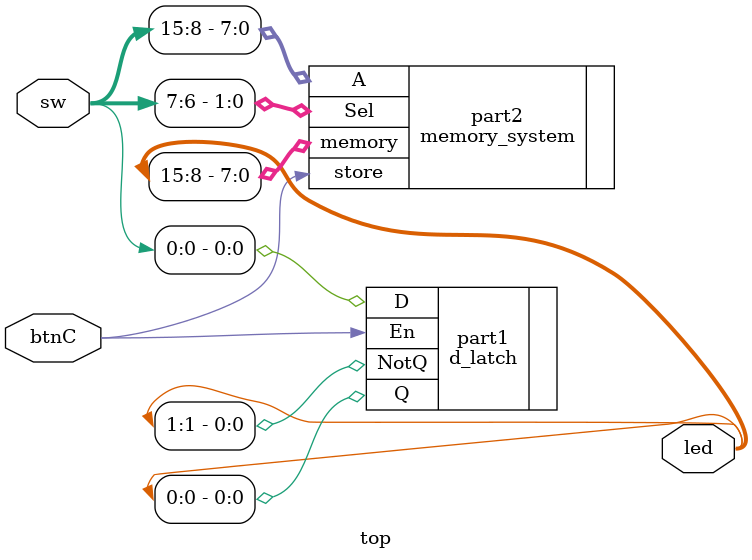
<source format=v>
module top(
    input [15:0] sw,
    input btnC,
    output [15:0] led
);

    d_latch part1(
        .D(sw[0]),
        .Q(led[0]),
        .NotQ(led[1]),
        .En(btnC)
    );
    
    memory_system part2(
        .A(sw[15:8]),
        .Sel(sw[7:6]),
        .store(btnC),
        .memory(led[15:8])
    );

endmodule
</source>
